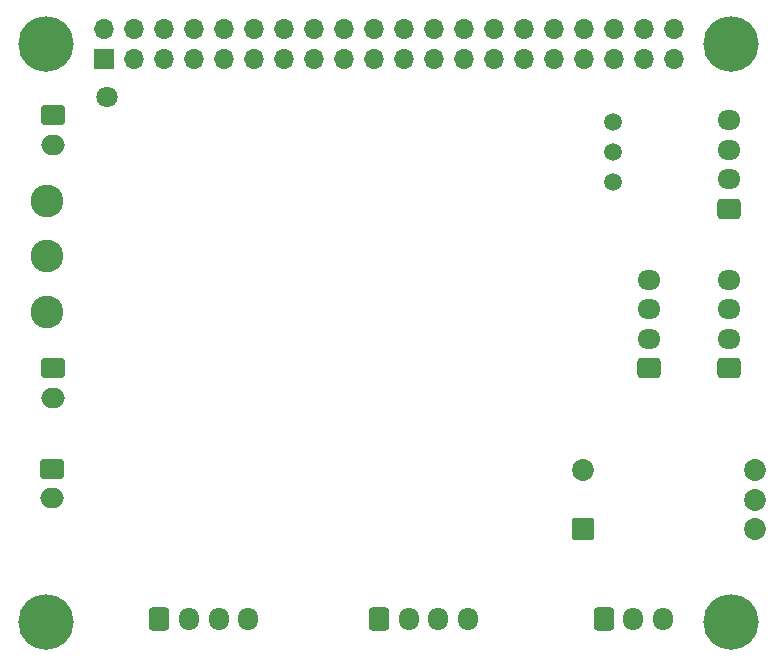
<source format=gbr>
%TF.GenerationSoftware,KiCad,Pcbnew,8.0.0-8.0.0-1~ubuntu22.04.1*%
%TF.CreationDate,2024-03-30T12:30:56+01:00*%
%TF.ProjectId,PAMI_mb,50414d49-5f6d-4622-9e6b-696361645f70,rev?*%
%TF.SameCoordinates,Original*%
%TF.FileFunction,Soldermask,Bot*%
%TF.FilePolarity,Negative*%
%FSLAX46Y46*%
G04 Gerber Fmt 4.6, Leading zero omitted, Abs format (unit mm)*
G04 Created by KiCad (PCBNEW 8.0.0-8.0.0-1~ubuntu22.04.1) date 2024-03-30 12:30:56*
%MOMM*%
%LPD*%
G01*
G04 APERTURE LIST*
G04 Aperture macros list*
%AMRoundRect*
0 Rectangle with rounded corners*
0 $1 Rounding radius*
0 $2 $3 $4 $5 $6 $7 $8 $9 X,Y pos of 4 corners*
0 Add a 4 corners polygon primitive as box body*
4,1,4,$2,$3,$4,$5,$6,$7,$8,$9,$2,$3,0*
0 Add four circle primitives for the rounded corners*
1,1,$1+$1,$2,$3*
1,1,$1+$1,$4,$5*
1,1,$1+$1,$6,$7*
1,1,$1+$1,$8,$9*
0 Add four rect primitives between the rounded corners*
20,1,$1+$1,$2,$3,$4,$5,0*
20,1,$1+$1,$4,$5,$6,$7,0*
20,1,$1+$1,$6,$7,$8,$9,0*
20,1,$1+$1,$8,$9,$2,$3,0*%
G04 Aperture macros list end*
%ADD10RoundRect,0.250000X0.725000X-0.600000X0.725000X0.600000X-0.725000X0.600000X-0.725000X-0.600000X0*%
%ADD11O,1.950000X1.700000*%
%ADD12C,1.800000*%
%ADD13C,1.854000*%
%ADD14RoundRect,0.102000X-0.825000X-0.825000X0.825000X-0.825000X0.825000X0.825000X-0.825000X0.825000X0*%
%ADD15C,4.700000*%
%ADD16RoundRect,0.250000X-0.750000X0.600000X-0.750000X-0.600000X0.750000X-0.600000X0.750000X0.600000X0*%
%ADD17O,2.000000X1.700000*%
%ADD18RoundRect,0.250000X-0.600000X-0.725000X0.600000X-0.725000X0.600000X0.725000X-0.600000X0.725000X0*%
%ADD19O,1.700000X1.950000*%
%ADD20C,2.775000*%
%ADD21C,1.500000*%
%ADD22R,1.700000X1.700000*%
%ADD23O,1.700000X1.700000*%
G04 APERTURE END LIST*
D10*
%TO.C,J109*%
X187800000Y-64000000D03*
D11*
X187800000Y-61500000D03*
X187800000Y-59000000D03*
X187800000Y-56500000D03*
%TD*%
D12*
%TO.C,TP101*%
X135140000Y-54500000D03*
%TD*%
D13*
%TO.C,SW102*%
X189950000Y-91100000D03*
X189950000Y-86100000D03*
X189950000Y-88600000D03*
D14*
X175450000Y-91100000D03*
D13*
X175450000Y-86100000D03*
%TD*%
D15*
%TO.C,H104*%
X188000000Y-99000000D03*
%TD*%
D16*
%TO.C,J105*%
X130525000Y-77500000D03*
D17*
X130525000Y-80000000D03*
%TD*%
D10*
%TO.C,J107*%
X181000000Y-77500000D03*
D11*
X181000000Y-75000000D03*
X181000000Y-72500000D03*
X181000000Y-70000000D03*
%TD*%
D10*
%TO.C,J110*%
X187800000Y-77500000D03*
D11*
X187800000Y-75000000D03*
X187800000Y-72500000D03*
X187800000Y-70000000D03*
%TD*%
D18*
%TO.C,J112*%
X139570000Y-98750000D03*
D19*
X142070000Y-98750000D03*
X144570000Y-98750000D03*
X147070000Y-98750000D03*
%TD*%
D18*
%TO.C,J102*%
X177200000Y-98750000D03*
D19*
X179700000Y-98750000D03*
X182200000Y-98750000D03*
%TD*%
D20*
%TO.C,SW101*%
X130025000Y-63300000D03*
X130025000Y-68000000D03*
X130025000Y-72700000D03*
%TD*%
D18*
%TO.C,J111*%
X158170000Y-98750000D03*
D19*
X160670000Y-98750000D03*
X163170000Y-98750000D03*
X165670000Y-98750000D03*
%TD*%
D15*
%TO.C,H101*%
X130000000Y-50000000D03*
%TD*%
D16*
%TO.C,J104*%
X130512723Y-86008593D03*
D17*
X130512723Y-88508593D03*
%TD*%
D15*
%TO.C,H102*%
X188000000Y-50000000D03*
%TD*%
D16*
%TO.C,J106*%
X130525000Y-56050000D03*
D17*
X130525000Y-58550000D03*
%TD*%
D21*
%TO.C,J108*%
X178000000Y-61740000D03*
X178000000Y-59200000D03*
X178000000Y-56660000D03*
%TD*%
D15*
%TO.C,H103*%
X130000000Y-99000000D03*
%TD*%
D22*
%TO.C,J101*%
X134870000Y-51270000D03*
D23*
X134870000Y-48730000D03*
X137410000Y-51270000D03*
X137410000Y-48730000D03*
X139950000Y-51270000D03*
X139950000Y-48730000D03*
X142490000Y-51270000D03*
X142490000Y-48730000D03*
X145030000Y-51270000D03*
X145030000Y-48730000D03*
X147570000Y-51270000D03*
X147570000Y-48730000D03*
X150110000Y-51270000D03*
X150110000Y-48730000D03*
X152650000Y-51270000D03*
X152650000Y-48730000D03*
X155190000Y-51270000D03*
X155190000Y-48730000D03*
X157730000Y-51270000D03*
X157730000Y-48730000D03*
X160270000Y-51270000D03*
X160270000Y-48730000D03*
X162810000Y-51270000D03*
X162810000Y-48730000D03*
X165350000Y-51270000D03*
X165350000Y-48730000D03*
X167890000Y-51270000D03*
X167890000Y-48730000D03*
X170430000Y-51270000D03*
X170430000Y-48730000D03*
X172970000Y-51270000D03*
X172970000Y-48730000D03*
X175510000Y-51270000D03*
X175510000Y-48730000D03*
X178050000Y-51270000D03*
X178050000Y-48730000D03*
X180590000Y-51270000D03*
X180590000Y-48730000D03*
X183130000Y-51270000D03*
X183130000Y-48730000D03*
%TD*%
M02*

</source>
